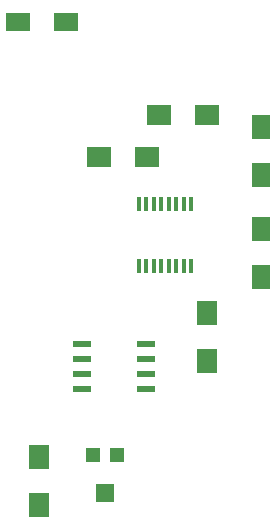
<source format=gbr>
G04 #@! TF.FileFunction,Paste,Top*
%FSLAX46Y46*%
G04 Gerber Fmt 4.6, Leading zero omitted, Abs format (unit mm)*
G04 Created by KiCad (PCBNEW 4.0.4-stable) date 12/12/16 02:41:32*
%MOMM*%
%LPD*%
G01*
G04 APERTURE LIST*
%ADD10C,0.100000*%
%ADD11R,0.400000X1.200000*%
%ADD12R,1.600000X2.000000*%
%ADD13R,2.000000X1.600000*%
%ADD14R,2.000000X1.700000*%
%ADD15R,1.700000X2.000000*%
%ADD16R,1.600000X1.500000*%
%ADD17R,1.200000X1.200000*%
%ADD18R,1.550000X0.600000*%
G04 APERTURE END LIST*
D10*
D11*
X148526500Y-100524000D03*
X147891500Y-100524000D03*
X147256500Y-100524000D03*
X146621500Y-100524000D03*
X145986500Y-100524000D03*
X145351500Y-100524000D03*
X144716500Y-100524000D03*
X144081500Y-100524000D03*
X144081500Y-105724000D03*
X144716500Y-105724000D03*
X145351500Y-105724000D03*
X145986500Y-105724000D03*
X146621500Y-105724000D03*
X147256500Y-105724000D03*
X147891500Y-105724000D03*
X148526500Y-105724000D03*
D12*
X154432000Y-98012000D03*
X154432000Y-94012000D03*
X154432000Y-106648000D03*
X154432000Y-102648000D03*
D13*
X137890000Y-85090000D03*
X133890000Y-85090000D03*
D14*
X145828000Y-92964000D03*
X149828000Y-92964000D03*
X144748000Y-96520000D03*
X140748000Y-96520000D03*
D15*
X149860000Y-109760000D03*
X149860000Y-113760000D03*
X135636000Y-125952000D03*
X135636000Y-121952000D03*
D16*
X141224000Y-125000000D03*
D17*
X142224000Y-121750000D03*
X140224000Y-121750000D03*
D18*
X144686000Y-116205000D03*
X144686000Y-114935000D03*
X144686000Y-113665000D03*
X144686000Y-112395000D03*
X139286000Y-112395000D03*
X139286000Y-113665000D03*
X139286000Y-114935000D03*
X139286000Y-116205000D03*
M02*

</source>
